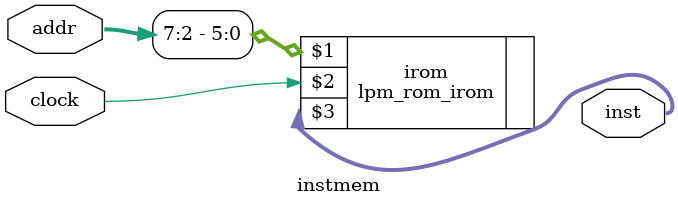
<source format=v>
module instmem (addr, inst, clock);
   input [31:0] addr;
   input clock;
   output [31:0] inst;
   
   lpm_rom_irom irom (addr[7:2], clock, inst); 
endmodule

</source>
